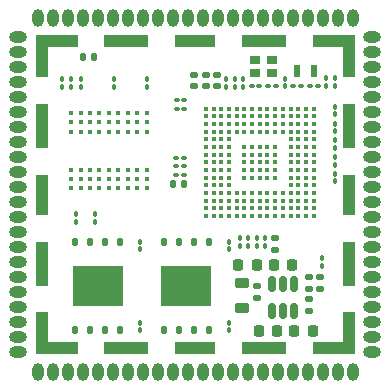
<source format=gbr>
%TF.GenerationSoftware,KiCad,Pcbnew,8.0.1*%
%TF.CreationDate,2024-09-11T08:29:47+07:00*%
%TF.ProjectId,siplex-som-s16,7369706c-6578-42d7-936f-6d2d7331362e,rev?*%
%TF.SameCoordinates,Original*%
%TF.FileFunction,Soldermask,Top*%
%TF.FilePolarity,Negative*%
%FSLAX46Y46*%
G04 Gerber Fmt 4.6, Leading zero omitted, Abs format (unit mm)*
G04 Created by KiCad (PCBNEW 8.0.1) date 2024-09-11 08:29:47*
%MOMM*%
%LPD*%
G01*
G04 APERTURE LIST*
G04 Aperture macros list*
%AMRoundRect*
0 Rectangle with rounded corners*
0 $1 Rounding radius*
0 $2 $3 $4 $5 $6 $7 $8 $9 X,Y pos of 4 corners*
0 Add a 4 corners polygon primitive as box body*
4,1,4,$2,$3,$4,$5,$6,$7,$8,$9,$2,$3,0*
0 Add four circle primitives for the rounded corners*
1,1,$1+$1,$2,$3*
1,1,$1+$1,$4,$5*
1,1,$1+$1,$6,$7*
1,1,$1+$1,$8,$9*
0 Add four rect primitives between the rounded corners*
20,1,$1+$1,$2,$3,$4,$5,0*
20,1,$1+$1,$4,$5,$6,$7,0*
20,1,$1+$1,$6,$7,$8,$9,0*
20,1,$1+$1,$8,$9,$2,$3,0*%
G04 Aperture macros list end*
%ADD10RoundRect,0.100000X0.100000X-0.130000X0.100000X0.130000X-0.100000X0.130000X-0.100000X-0.130000X0*%
%ADD11RoundRect,0.225000X0.225000X0.250000X-0.225000X0.250000X-0.225000X-0.250000X0.225000X-0.250000X0*%
%ADD12RoundRect,0.100000X-0.130000X-0.100000X0.130000X-0.100000X0.130000X0.100000X-0.130000X0.100000X0*%
%ADD13RoundRect,0.100000X-0.100000X0.130000X-0.100000X-0.130000X0.100000X-0.130000X0.100000X0.130000X0*%
%ADD14RoundRect,0.125000X-0.125000X0.200000X-0.125000X-0.200000X0.125000X-0.200000X0.125000X0.200000X0*%
%ADD15R,4.300000X3.400000*%
%ADD16RoundRect,0.140000X0.140000X0.170000X-0.140000X0.170000X-0.140000X-0.170000X0.140000X-0.170000X0*%
%ADD17RoundRect,0.140000X-0.170000X0.140000X-0.170000X-0.140000X0.170000X-0.140000X0.170000X0.140000X0*%
%ADD18RoundRect,0.135000X0.185000X-0.135000X0.185000X0.135000X-0.185000X0.135000X-0.185000X-0.135000X0*%
%ADD19C,0.400000*%
%ADD20RoundRect,0.135000X-0.185000X0.135000X-0.185000X-0.135000X0.185000X-0.135000X0.185000X0.135000X0*%
%ADD21O,1.500000X1.000000*%
%ADD22R,1.000000X1.000000*%
%ADD23R,2.570000X1.000000*%
%ADD24R,3.800000X1.000000*%
%ADD25R,3.470000X1.000000*%
%ADD26R,1.000000X2.570000*%
%ADD27R,1.000000X3.800000*%
%ADD28R,1.000000X3.470000*%
%ADD29R,0.600000X1.100000*%
%ADD30O,1.000000X1.500000*%
%ADD31RoundRect,0.218750X0.381250X-0.218750X0.381250X0.218750X-0.381250X0.218750X-0.381250X-0.218750X0*%
%ADD32RoundRect,0.100000X0.130000X0.100000X-0.130000X0.100000X-0.130000X-0.100000X0.130000X-0.100000X0*%
%ADD33RoundRect,0.225000X-0.225000X-0.250000X0.225000X-0.250000X0.225000X0.250000X-0.225000X0.250000X0*%
%ADD34RoundRect,0.140000X-0.140000X-0.170000X0.140000X-0.170000X0.140000X0.170000X-0.140000X0.170000X0*%
%ADD35R,0.900000X0.800000*%
%ADD36RoundRect,0.140000X0.170000X-0.140000X0.170000X0.140000X-0.170000X0.140000X-0.170000X-0.140000X0*%
%ADD37RoundRect,0.150000X0.150000X-0.512500X0.150000X0.512500X-0.150000X0.512500X-0.150000X-0.512500X0*%
%ADD38RoundRect,0.147500X-0.172500X0.147500X-0.172500X-0.147500X0.172500X-0.147500X0.172500X0.147500X0*%
G04 APERTURE END LIST*
D10*
%TO.C,C38*%
X143124400Y-109554600D03*
X143124400Y-108914600D03*
%TD*%
%TO.C,C29*%
X131794400Y-100370600D03*
X131794400Y-99730600D03*
%TD*%
D11*
%TO.C,C36*%
X145504200Y-103987600D03*
X143954200Y-103987600D03*
%TD*%
D12*
%TO.C,C9*%
X138745000Y-90068400D03*
X139385000Y-90068400D03*
%TD*%
D13*
%TO.C,C33*%
X129794000Y-88300600D03*
X129794000Y-88940600D03*
%TD*%
D14*
%TO.C,U5*%
X141427200Y-102054600D03*
X140157200Y-102054600D03*
X138887200Y-102054600D03*
X137617200Y-102054600D03*
X137617200Y-109554600D03*
X138887200Y-109554600D03*
X140157200Y-109554600D03*
X141427200Y-109554600D03*
D15*
X139522200Y-105804600D03*
%TD*%
D16*
%TO.C,C1*%
X139367200Y-97180400D03*
X138407200Y-97180400D03*
%TD*%
D17*
%TO.C,C40*%
X142113000Y-87937400D03*
X142113000Y-88897400D03*
%TD*%
D10*
%TO.C,C22*%
X145516600Y-102377200D03*
X145516600Y-101737200D03*
%TD*%
%TO.C,R4*%
X135631400Y-102694600D03*
X135631400Y-102054600D03*
%TD*%
D13*
%TO.C,C15*%
X151003000Y-103464400D03*
X151003000Y-104104400D03*
%TD*%
D18*
%TO.C,R6*%
X149936200Y-107924600D03*
X149936200Y-106904600D03*
%TD*%
D12*
%TO.C,C13*%
X138710400Y-95666200D03*
X139350400Y-95666200D03*
%TD*%
D13*
%TO.C,R3*%
X151409400Y-88209600D03*
X151409400Y-88849600D03*
%TD*%
D12*
%TO.C,C11*%
X138710400Y-96367600D03*
X139350400Y-96367600D03*
%TD*%
D10*
%TO.C,C26*%
X130194400Y-100370600D03*
X130194400Y-99730600D03*
%TD*%
D19*
%TO.C,U1*%
X150320600Y-90791200D03*
X150320600Y-91441200D03*
X150320600Y-92091200D03*
X150320600Y-92741200D03*
X150320600Y-93391200D03*
X150320600Y-94041200D03*
X150320600Y-94691200D03*
X150320600Y-95341200D03*
X150320600Y-95991200D03*
X150320600Y-96641200D03*
X150320600Y-97291200D03*
X150320600Y-97941200D03*
X150320600Y-98591200D03*
X150320600Y-99241200D03*
X150320600Y-99891200D03*
X149670600Y-90791200D03*
X149670600Y-91441200D03*
X149670600Y-92091200D03*
X149670600Y-92741200D03*
X149670600Y-93391200D03*
X149670600Y-94041200D03*
X149670600Y-94691200D03*
X149670600Y-95341200D03*
X149670600Y-95991200D03*
X149670600Y-96641200D03*
X149670600Y-97291200D03*
X149670600Y-97941200D03*
X149670600Y-98591200D03*
X149670600Y-99241200D03*
X149670600Y-99891200D03*
X149020600Y-90791200D03*
X149020600Y-91441200D03*
X149020600Y-92091200D03*
X149020600Y-92741200D03*
X149020600Y-93391200D03*
X149020600Y-94041200D03*
X149020600Y-94691200D03*
X149020600Y-95341200D03*
X149020600Y-95991200D03*
X149020600Y-96641200D03*
X149020600Y-97291200D03*
X149020600Y-97941200D03*
X149020600Y-98591200D03*
X149020600Y-99241200D03*
X149020600Y-99891200D03*
X148370600Y-90791200D03*
X148370600Y-91441200D03*
X148370600Y-92091200D03*
X148370600Y-92741200D03*
X148370600Y-93391200D03*
X148370600Y-94041200D03*
X148370600Y-94691200D03*
X148370600Y-95341200D03*
X148370600Y-95991200D03*
X148370600Y-96641200D03*
X148370600Y-97291200D03*
X148370600Y-97941200D03*
X148370600Y-98591200D03*
X148370600Y-99241200D03*
X148370600Y-99891200D03*
X147720600Y-90791200D03*
X147720600Y-91441200D03*
X147720600Y-92091200D03*
X147720600Y-92741200D03*
X147720600Y-97941200D03*
X147720600Y-98591200D03*
X147720600Y-99241200D03*
X147720600Y-99891200D03*
X147070600Y-90791200D03*
X147070600Y-91441200D03*
X147070600Y-92091200D03*
X147070600Y-92741200D03*
X147070600Y-94041200D03*
X147070600Y-94691200D03*
X147070600Y-95341200D03*
X147070600Y-95991200D03*
X147070600Y-96641200D03*
X147070600Y-97941200D03*
X147070600Y-98591200D03*
X147070600Y-99241200D03*
X147070600Y-99891200D03*
X146420600Y-90791200D03*
X146420600Y-91441200D03*
X146420600Y-92091200D03*
X146420600Y-92741200D03*
X146420600Y-94041200D03*
X146420600Y-94691200D03*
X146420600Y-95341200D03*
X146420600Y-95991200D03*
X146420600Y-96641200D03*
X146420600Y-97941200D03*
X146420600Y-98591200D03*
X146420600Y-99241200D03*
X146420600Y-99891200D03*
X145770600Y-90791200D03*
X145770600Y-91441200D03*
X145770600Y-92091200D03*
X145770600Y-92741200D03*
X145770600Y-94041200D03*
X145770600Y-94691200D03*
X145770600Y-95341200D03*
X145770600Y-95991200D03*
X145770600Y-96641200D03*
X145770600Y-97941200D03*
X145770600Y-98591200D03*
X145770600Y-99241200D03*
X145770600Y-99891200D03*
X145120600Y-90791200D03*
X145120600Y-91441200D03*
X145120600Y-92091200D03*
X145120600Y-92741200D03*
X145120600Y-94041200D03*
X145120600Y-94691200D03*
X145120600Y-95341200D03*
X145120600Y-95991200D03*
X145120600Y-96641200D03*
X145120600Y-97941200D03*
X145120600Y-98591200D03*
X145120600Y-99241200D03*
X145120600Y-99891200D03*
X144470600Y-90791200D03*
X144470600Y-91441200D03*
X144470600Y-92091200D03*
X144470600Y-92741200D03*
X144470600Y-94041200D03*
X144470600Y-94691200D03*
X144470600Y-95341200D03*
X144470600Y-95991200D03*
X144470600Y-96641200D03*
X144470600Y-97941200D03*
X144470600Y-98591200D03*
X144470600Y-99241200D03*
X144470600Y-99891200D03*
X143820600Y-90791200D03*
X143820600Y-91441200D03*
X143820600Y-92091200D03*
X143820600Y-92741200D03*
X143820600Y-97941200D03*
X143820600Y-98591200D03*
X143820600Y-99241200D03*
X143820600Y-99891200D03*
X143170600Y-90791200D03*
X143170600Y-91441200D03*
X143170600Y-92091200D03*
X143170600Y-92741200D03*
X143170600Y-93391200D03*
X143170600Y-94041200D03*
X143170600Y-94691200D03*
X143170600Y-95341200D03*
X143170600Y-95991200D03*
X143170600Y-96641200D03*
X143170600Y-97291200D03*
X143170600Y-97941200D03*
X143170600Y-98591200D03*
X143170600Y-99241200D03*
X143170600Y-99891200D03*
X142520600Y-90791200D03*
X142520600Y-91441200D03*
X142520600Y-92091200D03*
X142520600Y-92741200D03*
X142520600Y-93391200D03*
X142520600Y-94041200D03*
X142520600Y-94691200D03*
X142520600Y-95341200D03*
X142520600Y-95991200D03*
X142520600Y-96641200D03*
X142520600Y-97291200D03*
X142520600Y-97941200D03*
X142520600Y-98591200D03*
X142520600Y-99241200D03*
X142520600Y-99891200D03*
X141870600Y-90791200D03*
X141870600Y-91441200D03*
X141870600Y-92091200D03*
X141870600Y-92741200D03*
X141870600Y-93391200D03*
X141870600Y-94041200D03*
X141870600Y-94691200D03*
X141870600Y-95341200D03*
X141870600Y-95991200D03*
X141870600Y-96641200D03*
X141870600Y-97291200D03*
X141870600Y-97941200D03*
X141870600Y-98591200D03*
X141870600Y-99241200D03*
X141870600Y-99891200D03*
X141220600Y-90791200D03*
X141220600Y-91441200D03*
X141220600Y-92091200D03*
X141220600Y-92741200D03*
X141220600Y-93391200D03*
X141220600Y-94041200D03*
X141220600Y-94691200D03*
X141220600Y-95341200D03*
X141220600Y-95991200D03*
X141220600Y-96641200D03*
X141220600Y-97291200D03*
X141220600Y-97941200D03*
X141220600Y-98591200D03*
X141220600Y-99241200D03*
X141220600Y-99891200D03*
%TD*%
D12*
%TO.C,C4*%
X146471600Y-88879200D03*
X147111600Y-88879200D03*
%TD*%
D20*
%TO.C,R8*%
X150901400Y-105027000D03*
X150901400Y-106047000D03*
%TD*%
D13*
%TO.C,C25*%
X152120600Y-94904600D03*
X152120600Y-95544600D03*
%TD*%
D17*
%TO.C,C2*%
X147040600Y-101780400D03*
X147040600Y-102740400D03*
%TD*%
D12*
%TO.C,C6*%
X150015400Y-88873400D03*
X150655400Y-88873400D03*
%TD*%
D13*
%TO.C,C32*%
X128994000Y-88300600D03*
X128994000Y-88940600D03*
%TD*%
D14*
%TO.C,U3*%
X133934200Y-102054600D03*
X132664200Y-102054600D03*
X131394200Y-102054600D03*
X130124200Y-102054600D03*
X130124200Y-109554600D03*
X131394200Y-109554600D03*
X132664200Y-109554600D03*
X133934200Y-109554600D03*
D15*
X132029200Y-105804600D03*
%TD*%
D21*
%TO.C,J8*%
X125310800Y-84736800D03*
X125310800Y-86006800D03*
X125310800Y-87276800D03*
X125310800Y-88546800D03*
X125310800Y-89816800D03*
X125310800Y-91086800D03*
X125310800Y-92356800D03*
X125310800Y-93626800D03*
X125310800Y-94896800D03*
X125310800Y-96166800D03*
X125310800Y-97436800D03*
X125310800Y-98706800D03*
X125310800Y-99976800D03*
X125310800Y-101246800D03*
X125310800Y-102516800D03*
X125310800Y-103786800D03*
X125310800Y-105056800D03*
X125310800Y-106326800D03*
X125310800Y-107596800D03*
X125310800Y-108866800D03*
X125310800Y-110136800D03*
X125310800Y-111406800D03*
%TD*%
D22*
%TO.C,J1*%
X153315800Y-85066800D03*
D23*
X151530800Y-85066800D03*
D24*
X146145800Y-85066800D03*
D25*
X140310800Y-85066800D03*
D24*
X134475800Y-85066800D03*
D23*
X129090800Y-85066800D03*
D22*
X127305800Y-85066800D03*
D26*
X153315800Y-86851800D03*
X127305800Y-86851800D03*
D27*
X153315800Y-92236800D03*
X127305800Y-92236800D03*
D28*
X153315800Y-98071800D03*
X127305800Y-98071800D03*
D27*
X153315800Y-103906800D03*
X127305800Y-103906800D03*
D26*
X153315800Y-109291800D03*
X127305800Y-109291800D03*
D22*
X153315800Y-111076800D03*
D23*
X151530800Y-111076800D03*
D24*
X146145800Y-111076800D03*
D25*
X140310800Y-111076800D03*
D24*
X134475800Y-111076800D03*
D23*
X129090800Y-111076800D03*
D22*
X127305800Y-111076800D03*
%TD*%
D19*
%TO.C,U2*%
X129794400Y-97541200D03*
X129794400Y-96741200D03*
X129794400Y-95941200D03*
X129794400Y-92741200D03*
X129794400Y-91941200D03*
X129794400Y-91141200D03*
X130594400Y-97541200D03*
X130594400Y-96741200D03*
X130594400Y-95941200D03*
X130594400Y-92741200D03*
X130594400Y-91941200D03*
X130594400Y-91141200D03*
X131394400Y-97541200D03*
X131394400Y-96741200D03*
X131394400Y-95941200D03*
X131394400Y-92741200D03*
X131394400Y-91941200D03*
X131394400Y-91141200D03*
X132194400Y-97541200D03*
X132194400Y-96741200D03*
X132194400Y-95941200D03*
X132194400Y-92741200D03*
X132194400Y-91941200D03*
X132194400Y-91141200D03*
X132994400Y-97541200D03*
X132994400Y-96741200D03*
X132994400Y-95941200D03*
X132994400Y-92741200D03*
X132994400Y-91941200D03*
X132994400Y-91141200D03*
X133794400Y-97541200D03*
X133794400Y-96741200D03*
X133794400Y-95941200D03*
X133794400Y-92741200D03*
X133794400Y-91941200D03*
X133794400Y-91141200D03*
X134594400Y-97541200D03*
X134594400Y-96741200D03*
X134594400Y-95941200D03*
X134594400Y-92741200D03*
X134594400Y-91941200D03*
X134594400Y-91141200D03*
X135394400Y-97541200D03*
X135394400Y-96741200D03*
X135394400Y-95941200D03*
X135394400Y-92741200D03*
X135394400Y-91941200D03*
X135394400Y-91141200D03*
X136194400Y-97541200D03*
X136194400Y-96741200D03*
X136194400Y-95941200D03*
X136194400Y-92741200D03*
X136194400Y-91941200D03*
X136194400Y-91141200D03*
%TD*%
D10*
%TO.C,R5*%
X143124400Y-102694600D03*
X143124400Y-102054600D03*
%TD*%
%TO.C,C31*%
X135631400Y-109554600D03*
X135631400Y-108914600D03*
%TD*%
D13*
%TO.C,C27*%
X130594000Y-88300600D03*
X130594000Y-88940600D03*
%TD*%
%TO.C,C14*%
X152120600Y-93482200D03*
X152120600Y-94122200D03*
%TD*%
D21*
%TO.C,J5*%
X155310800Y-111406800D03*
X155310800Y-110136800D03*
X155310800Y-108866800D03*
X155310800Y-107596800D03*
X155310800Y-106326800D03*
X155310800Y-105056800D03*
X155310800Y-103786800D03*
X155310800Y-102516800D03*
X155310800Y-101246800D03*
X155310800Y-99976800D03*
X155310800Y-98706800D03*
X155310800Y-97436800D03*
X155310800Y-96166800D03*
X155310800Y-94896800D03*
X155310800Y-93626800D03*
X155310800Y-92356800D03*
X155310800Y-91086800D03*
X155310800Y-89816800D03*
X155310800Y-88546800D03*
X155310800Y-87276800D03*
X155310800Y-86006800D03*
X155310800Y-84736800D03*
%TD*%
D29*
%TO.C,Y2*%
X148935400Y-87603400D03*
X150335400Y-87603400D03*
%TD*%
D30*
%TO.C,J9*%
X126975800Y-113071800D03*
X128245800Y-113071800D03*
X129515800Y-113071800D03*
X130785800Y-113071800D03*
X132055800Y-113071800D03*
X133325800Y-113071800D03*
X134595800Y-113071800D03*
X135865800Y-113071800D03*
X137135800Y-113071800D03*
X138405800Y-113071800D03*
X139675800Y-113071800D03*
X140945800Y-113071800D03*
X142215800Y-113071800D03*
X143485800Y-113071800D03*
X144755800Y-113071800D03*
X146025800Y-113071800D03*
X147295800Y-113071800D03*
X148565800Y-113071800D03*
X149835800Y-113071800D03*
X151105800Y-113071800D03*
X152375800Y-113071800D03*
X153645800Y-113071800D03*
%TD*%
D31*
%TO.C,L2*%
X144246600Y-107691700D03*
X144246600Y-105566700D03*
%TD*%
D13*
%TO.C,C30*%
X133394400Y-88300600D03*
X133394400Y-88940600D03*
%TD*%
D32*
%TO.C,C7*%
X149255400Y-88873400D03*
X148615400Y-88873400D03*
%TD*%
D33*
%TO.C,C44*%
X146958200Y-103998700D03*
X148508200Y-103998700D03*
%TD*%
D13*
%TO.C,C16*%
X152120600Y-90637400D03*
X152120600Y-91277400D03*
%TD*%
D20*
%TO.C,R7*%
X149936200Y-105027000D03*
X149936200Y-106047000D03*
%TD*%
D33*
%TO.C,C34*%
X148701800Y-109586700D03*
X150251800Y-109586700D03*
%TD*%
D13*
%TO.C,R1*%
X152120600Y-88209600D03*
X152120600Y-88849600D03*
%TD*%
D32*
%TO.C,C5*%
X145711600Y-88879200D03*
X145071600Y-88879200D03*
%TD*%
D10*
%TO.C,C18*%
X144795600Y-102377200D03*
X144795600Y-101737200D03*
%TD*%
D13*
%TO.C,C20*%
X142925800Y-88275200D03*
X142925800Y-88915200D03*
%TD*%
%TO.C,C28*%
X136194400Y-88300600D03*
X136194400Y-88940600D03*
%TD*%
D11*
%TO.C,C42*%
X147256800Y-109586700D03*
X145706800Y-109586700D03*
%TD*%
D34*
%TO.C,C10*%
X130785800Y-86385400D03*
X131745800Y-86385400D03*
%TD*%
D12*
%TO.C,C12*%
X138710400Y-94945200D03*
X139350400Y-94945200D03*
%TD*%
D35*
%TO.C,Y1*%
X146791600Y-86678200D03*
X145391600Y-86678200D03*
X145391600Y-87778200D03*
X146791600Y-87778200D03*
%TD*%
D10*
%TO.C,C17*%
X144094200Y-102377200D03*
X144094200Y-101737200D03*
%TD*%
%TO.C,C24*%
X152120600Y-96956200D03*
X152120600Y-96316200D03*
%TD*%
D36*
%TO.C,C8*%
X140233400Y-88872000D03*
X140233400Y-87912000D03*
%TD*%
D13*
%TO.C,C3*%
X144339000Y-88279800D03*
X144339000Y-88919800D03*
%TD*%
D12*
%TO.C,C39*%
X138745000Y-90791200D03*
X139385000Y-90791200D03*
%TD*%
D37*
%TO.C,U7*%
X146801800Y-107924600D03*
X147751800Y-107924600D03*
X148701800Y-107924600D03*
X148701800Y-105649600D03*
X147751800Y-105649600D03*
X146801800Y-105649600D03*
%TD*%
D10*
%TO.C,C23*%
X146227800Y-102377200D03*
X146227800Y-101737200D03*
%TD*%
D30*
%TO.C,J7*%
X126975800Y-83071800D03*
X128245800Y-83071800D03*
X129515800Y-83071800D03*
X130785800Y-83071800D03*
X132055800Y-83071800D03*
X133325800Y-83071800D03*
X134595800Y-83071800D03*
X135865800Y-83071800D03*
X137135800Y-83071800D03*
X138405800Y-83071800D03*
X139675800Y-83071800D03*
X140945800Y-83071800D03*
X142215800Y-83071800D03*
X143485800Y-83071800D03*
X144755800Y-83071800D03*
X146025800Y-83071800D03*
X147295800Y-83071800D03*
X148565800Y-83071800D03*
X149835800Y-83071800D03*
X151105800Y-83071800D03*
X152375800Y-83071800D03*
X153645800Y-83071800D03*
%TD*%
D17*
%TO.C,C43*%
X145567400Y-105827100D03*
X145567400Y-106787100D03*
%TD*%
D38*
%TO.C,L1*%
X141173200Y-87907000D03*
X141173200Y-88877000D03*
%TD*%
D13*
%TO.C,R2*%
X143637000Y-88279800D03*
X143637000Y-88919800D03*
%TD*%
%TO.C,C19*%
X152120600Y-92059800D03*
X152120600Y-92699800D03*
%TD*%
%TO.C,C21*%
X147878800Y-88239200D03*
X147878800Y-88879200D03*
%TD*%
M02*

</source>
